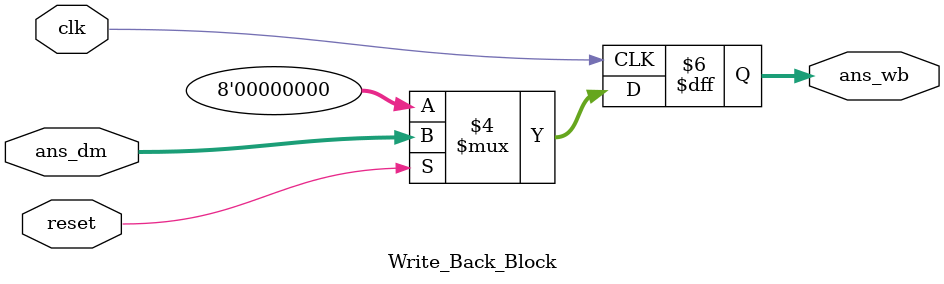
<source format=v>
`timescale 1ns / 1ps
module Write_Back_Block(
    input [7:0] ans_dm,
    input clk,
    input reset,
    output reg [7:0] ans_wb
    );

	 always@(posedge clk)
		begin
			if(reset==1'b1)
				ans_wb<=ans_dm;
			else
				ans_wb<=8'b0000_0000;
		end
		
		
endmodule

</source>
